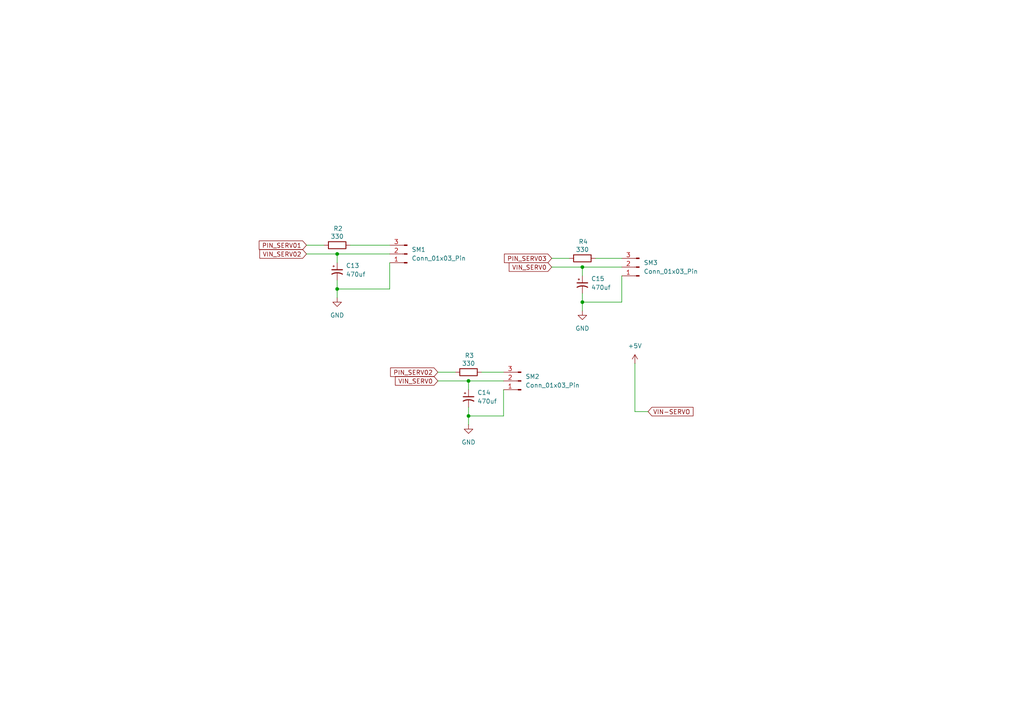
<source format=kicad_sch>
(kicad_sch
	(version 20250114)
	(generator "eeschema")
	(generator_version "9.0")
	(uuid "522116bf-9d8f-48f5-890c-d71f22b8d705")
	(paper "A4")
	(lib_symbols
		(symbol "Connector:Conn_01x03_Pin"
			(pin_names
				(offset 1.016)
				(hide yes)
			)
			(exclude_from_sim no)
			(in_bom yes)
			(on_board yes)
			(property "Reference" "J"
				(at 0 5.08 0)
				(effects
					(font
						(size 1.27 1.27)
					)
				)
			)
			(property "Value" "Conn_01x03_Pin"
				(at 0 -5.08 0)
				(effects
					(font
						(size 1.27 1.27)
					)
				)
			)
			(property "Footprint" ""
				(at 0 0 0)
				(effects
					(font
						(size 1.27 1.27)
					)
					(hide yes)
				)
			)
			(property "Datasheet" "~"
				(at 0 0 0)
				(effects
					(font
						(size 1.27 1.27)
					)
					(hide yes)
				)
			)
			(property "Description" "Generic connector, single row, 01x03, script generated"
				(at 0 0 0)
				(effects
					(font
						(size 1.27 1.27)
					)
					(hide yes)
				)
			)
			(property "ki_locked" ""
				(at 0 0 0)
				(effects
					(font
						(size 1.27 1.27)
					)
				)
			)
			(property "ki_keywords" "connector"
				(at 0 0 0)
				(effects
					(font
						(size 1.27 1.27)
					)
					(hide yes)
				)
			)
			(property "ki_fp_filters" "Connector*:*_1x??_*"
				(at 0 0 0)
				(effects
					(font
						(size 1.27 1.27)
					)
					(hide yes)
				)
			)
			(symbol "Conn_01x03_Pin_1_1"
				(rectangle
					(start 0.8636 2.667)
					(end 0 2.413)
					(stroke
						(width 0.1524)
						(type default)
					)
					(fill
						(type outline)
					)
				)
				(rectangle
					(start 0.8636 0.127)
					(end 0 -0.127)
					(stroke
						(width 0.1524)
						(type default)
					)
					(fill
						(type outline)
					)
				)
				(rectangle
					(start 0.8636 -2.413)
					(end 0 -2.667)
					(stroke
						(width 0.1524)
						(type default)
					)
					(fill
						(type outline)
					)
				)
				(polyline
					(pts
						(xy 1.27 2.54) (xy 0.8636 2.54)
					)
					(stroke
						(width 0.1524)
						(type default)
					)
					(fill
						(type none)
					)
				)
				(polyline
					(pts
						(xy 1.27 0) (xy 0.8636 0)
					)
					(stroke
						(width 0.1524)
						(type default)
					)
					(fill
						(type none)
					)
				)
				(polyline
					(pts
						(xy 1.27 -2.54) (xy 0.8636 -2.54)
					)
					(stroke
						(width 0.1524)
						(type default)
					)
					(fill
						(type none)
					)
				)
				(pin passive line
					(at 5.08 2.54 180)
					(length 3.81)
					(name "Pin_1"
						(effects
							(font
								(size 1.27 1.27)
							)
						)
					)
					(number "1"
						(effects
							(font
								(size 1.27 1.27)
							)
						)
					)
				)
				(pin passive line
					(at 5.08 0 180)
					(length 3.81)
					(name "Pin_2"
						(effects
							(font
								(size 1.27 1.27)
							)
						)
					)
					(number "2"
						(effects
							(font
								(size 1.27 1.27)
							)
						)
					)
				)
				(pin passive line
					(at 5.08 -2.54 180)
					(length 3.81)
					(name "Pin_3"
						(effects
							(font
								(size 1.27 1.27)
							)
						)
					)
					(number "3"
						(effects
							(font
								(size 1.27 1.27)
							)
						)
					)
				)
			)
			(embedded_fonts no)
		)
		(symbol "Device:C_Polarized_Small_US"
			(pin_numbers
				(hide yes)
			)
			(pin_names
				(offset 0.254)
				(hide yes)
			)
			(exclude_from_sim no)
			(in_bom yes)
			(on_board yes)
			(property "Reference" "C"
				(at 0.254 1.778 0)
				(effects
					(font
						(size 1.27 1.27)
					)
					(justify left)
				)
			)
			(property "Value" "C_Polarized_Small_US"
				(at 0.254 -2.032 0)
				(effects
					(font
						(size 1.27 1.27)
					)
					(justify left)
				)
			)
			(property "Footprint" ""
				(at 0 0 0)
				(effects
					(font
						(size 1.27 1.27)
					)
					(hide yes)
				)
			)
			(property "Datasheet" "~"
				(at 0 0 0)
				(effects
					(font
						(size 1.27 1.27)
					)
					(hide yes)
				)
			)
			(property "Description" "Polarized capacitor, small US symbol"
				(at 0 0 0)
				(effects
					(font
						(size 1.27 1.27)
					)
					(hide yes)
				)
			)
			(property "ki_keywords" "cap capacitor"
				(at 0 0 0)
				(effects
					(font
						(size 1.27 1.27)
					)
					(hide yes)
				)
			)
			(property "ki_fp_filters" "CP_*"
				(at 0 0 0)
				(effects
					(font
						(size 1.27 1.27)
					)
					(hide yes)
				)
			)
			(symbol "C_Polarized_Small_US_0_1"
				(polyline
					(pts
						(xy -1.524 0.508) (xy 1.524 0.508)
					)
					(stroke
						(width 0.3048)
						(type default)
					)
					(fill
						(type none)
					)
				)
				(polyline
					(pts
						(xy -1.27 1.524) (xy -0.762 1.524)
					)
					(stroke
						(width 0)
						(type default)
					)
					(fill
						(type none)
					)
				)
				(polyline
					(pts
						(xy -1.016 1.27) (xy -1.016 1.778)
					)
					(stroke
						(width 0)
						(type default)
					)
					(fill
						(type none)
					)
				)
				(arc
					(start -1.524 -0.762)
					(mid 0 -0.3734)
					(end 1.524 -0.762)
					(stroke
						(width 0.3048)
						(type default)
					)
					(fill
						(type none)
					)
				)
			)
			(symbol "C_Polarized_Small_US_1_1"
				(pin passive line
					(at 0 2.54 270)
					(length 2.032)
					(name "~"
						(effects
							(font
								(size 1.27 1.27)
							)
						)
					)
					(number "1"
						(effects
							(font
								(size 1.27 1.27)
							)
						)
					)
				)
				(pin passive line
					(at 0 -2.54 90)
					(length 2.032)
					(name "~"
						(effects
							(font
								(size 1.27 1.27)
							)
						)
					)
					(number "2"
						(effects
							(font
								(size 1.27 1.27)
							)
						)
					)
				)
			)
			(embedded_fonts no)
		)
		(symbol "Device:R"
			(pin_numbers
				(hide yes)
			)
			(pin_names
				(offset 0)
			)
			(exclude_from_sim no)
			(in_bom yes)
			(on_board yes)
			(property "Reference" "R"
				(at 2.032 0 90)
				(effects
					(font
						(size 1.27 1.27)
					)
				)
			)
			(property "Value" "R"
				(at 0 0 90)
				(effects
					(font
						(size 1.27 1.27)
					)
				)
			)
			(property "Footprint" ""
				(at -1.778 0 90)
				(effects
					(font
						(size 1.27 1.27)
					)
					(hide yes)
				)
			)
			(property "Datasheet" "~"
				(at 0 0 0)
				(effects
					(font
						(size 1.27 1.27)
					)
					(hide yes)
				)
			)
			(property "Description" "Resistor"
				(at 0 0 0)
				(effects
					(font
						(size 1.27 1.27)
					)
					(hide yes)
				)
			)
			(property "ki_keywords" "R res resistor"
				(at 0 0 0)
				(effects
					(font
						(size 1.27 1.27)
					)
					(hide yes)
				)
			)
			(property "ki_fp_filters" "R_*"
				(at 0 0 0)
				(effects
					(font
						(size 1.27 1.27)
					)
					(hide yes)
				)
			)
			(symbol "R_0_1"
				(rectangle
					(start -1.016 -2.54)
					(end 1.016 2.54)
					(stroke
						(width 0.254)
						(type default)
					)
					(fill
						(type none)
					)
				)
			)
			(symbol "R_1_1"
				(pin passive line
					(at 0 3.81 270)
					(length 1.27)
					(name "~"
						(effects
							(font
								(size 1.27 1.27)
							)
						)
					)
					(number "1"
						(effects
							(font
								(size 1.27 1.27)
							)
						)
					)
				)
				(pin passive line
					(at 0 -3.81 90)
					(length 1.27)
					(name "~"
						(effects
							(font
								(size 1.27 1.27)
							)
						)
					)
					(number "2"
						(effects
							(font
								(size 1.27 1.27)
							)
						)
					)
				)
			)
			(embedded_fonts no)
		)
		(symbol "power:GND"
			(power)
			(pin_numbers
				(hide yes)
			)
			(pin_names
				(offset 0)
				(hide yes)
			)
			(exclude_from_sim no)
			(in_bom yes)
			(on_board yes)
			(property "Reference" "#PWR"
				(at 0 -6.35 0)
				(effects
					(font
						(size 1.27 1.27)
					)
					(hide yes)
				)
			)
			(property "Value" "GND"
				(at 0 -3.81 0)
				(effects
					(font
						(size 1.27 1.27)
					)
				)
			)
			(property "Footprint" ""
				(at 0 0 0)
				(effects
					(font
						(size 1.27 1.27)
					)
					(hide yes)
				)
			)
			(property "Datasheet" ""
				(at 0 0 0)
				(effects
					(font
						(size 1.27 1.27)
					)
					(hide yes)
				)
			)
			(property "Description" "Power symbol creates a global label with name \"GND\" , ground"
				(at 0 0 0)
				(effects
					(font
						(size 1.27 1.27)
					)
					(hide yes)
				)
			)
			(property "ki_keywords" "global power"
				(at 0 0 0)
				(effects
					(font
						(size 1.27 1.27)
					)
					(hide yes)
				)
			)
			(symbol "GND_0_1"
				(polyline
					(pts
						(xy 0 0) (xy 0 -1.27) (xy 1.27 -1.27) (xy 0 -2.54) (xy -1.27 -1.27) (xy 0 -1.27)
					)
					(stroke
						(width 0)
						(type default)
					)
					(fill
						(type none)
					)
				)
			)
			(symbol "GND_1_1"
				(pin power_in line
					(at 0 0 270)
					(length 0)
					(name "~"
						(effects
							(font
								(size 1.27 1.27)
							)
						)
					)
					(number "1"
						(effects
							(font
								(size 1.27 1.27)
							)
						)
					)
				)
			)
			(embedded_fonts no)
		)
		(symbol "power:VCC"
			(power)
			(pin_numbers
				(hide yes)
			)
			(pin_names
				(offset 0)
				(hide yes)
			)
			(exclude_from_sim no)
			(in_bom yes)
			(on_board yes)
			(property "Reference" "#PWR"
				(at 0 -3.81 0)
				(effects
					(font
						(size 1.27 1.27)
					)
					(hide yes)
				)
			)
			(property "Value" "VCC"
				(at 0 3.556 0)
				(effects
					(font
						(size 1.27 1.27)
					)
				)
			)
			(property "Footprint" ""
				(at 0 0 0)
				(effects
					(font
						(size 1.27 1.27)
					)
					(hide yes)
				)
			)
			(property "Datasheet" ""
				(at 0 0 0)
				(effects
					(font
						(size 1.27 1.27)
					)
					(hide yes)
				)
			)
			(property "Description" "Power symbol creates a global label with name \"VCC\""
				(at 0 0 0)
				(effects
					(font
						(size 1.27 1.27)
					)
					(hide yes)
				)
			)
			(property "ki_keywords" "global power"
				(at 0 0 0)
				(effects
					(font
						(size 1.27 1.27)
					)
					(hide yes)
				)
			)
			(symbol "VCC_0_1"
				(polyline
					(pts
						(xy -0.762 1.27) (xy 0 2.54)
					)
					(stroke
						(width 0)
						(type default)
					)
					(fill
						(type none)
					)
				)
				(polyline
					(pts
						(xy 0 2.54) (xy 0.762 1.27)
					)
					(stroke
						(width 0)
						(type default)
					)
					(fill
						(type none)
					)
				)
				(polyline
					(pts
						(xy 0 0) (xy 0 2.54)
					)
					(stroke
						(width 0)
						(type default)
					)
					(fill
						(type none)
					)
				)
			)
			(symbol "VCC_1_1"
				(pin power_in line
					(at 0 0 90)
					(length 0)
					(name "~"
						(effects
							(font
								(size 1.27 1.27)
							)
						)
					)
					(number "1"
						(effects
							(font
								(size 1.27 1.27)
							)
						)
					)
				)
			)
			(embedded_fonts no)
		)
	)
	(junction
		(at 97.79 73.66)
		(diameter 0)
		(color 0 0 0 0)
		(uuid "13dfa7f5-a6df-45c4-ad61-6b2bff9f4074")
	)
	(junction
		(at 168.91 87.63)
		(diameter 0)
		(color 0 0 0 0)
		(uuid "80c7c374-6fbb-45c1-ab77-87af39c3e6ec")
	)
	(junction
		(at 135.89 120.65)
		(diameter 0)
		(color 0 0 0 0)
		(uuid "9f6e3ed4-09ab-4095-8112-ec5ad9bff486")
	)
	(junction
		(at 168.91 77.47)
		(diameter 0)
		(color 0 0 0 0)
		(uuid "c89d21c3-c1c6-43b6-928b-b85c82c67a86")
	)
	(junction
		(at 97.79 83.82)
		(diameter 0)
		(color 0 0 0 0)
		(uuid "da94c8ec-68e6-4b4c-8baf-ade038de9d8c")
	)
	(junction
		(at 135.89 110.49)
		(diameter 0)
		(color 0 0 0 0)
		(uuid "e474c992-a472-4b3f-9849-aafa6470ac54")
	)
	(wire
		(pts
			(xy 168.91 77.47) (xy 180.34 77.47)
		)
		(stroke
			(width 0)
			(type default)
		)
		(uuid "18911fb5-ba76-4fec-b1dc-d44cf1c4a7a7")
	)
	(wire
		(pts
			(xy 97.79 73.66) (xy 88.9 73.66)
		)
		(stroke
			(width 0)
			(type default)
		)
		(uuid "1c99c381-af35-4757-855a-a5fe7be2691d")
	)
	(wire
		(pts
			(xy 146.05 120.65) (xy 135.89 120.65)
		)
		(stroke
			(width 0)
			(type default)
		)
		(uuid "1e3f9a48-1603-4c8c-8a42-8673a3c77f23")
	)
	(wire
		(pts
			(xy 168.91 80.01) (xy 168.91 77.47)
		)
		(stroke
			(width 0)
			(type default)
		)
		(uuid "2057c4f3-f8b1-458c-804a-08efe4a0d5a2")
	)
	(wire
		(pts
			(xy 135.89 110.49) (xy 127 110.49)
		)
		(stroke
			(width 0)
			(type default)
		)
		(uuid "4c8ed2d4-3612-4a46-ba5e-f7b678cdce09")
	)
	(wire
		(pts
			(xy 135.89 118.11) (xy 135.89 120.65)
		)
		(stroke
			(width 0)
			(type default)
		)
		(uuid "5483821d-4c8d-40b7-88b2-e442b4ceedfe")
	)
	(wire
		(pts
			(xy 184.15 105.41) (xy 184.15 119.38)
		)
		(stroke
			(width 0)
			(type default)
		)
		(uuid "5b487fd3-e68b-493e-b293-37ca79f0d772")
	)
	(wire
		(pts
			(xy 180.34 87.63) (xy 168.91 87.63)
		)
		(stroke
			(width 0)
			(type default)
		)
		(uuid "6928b483-d3f5-4a9e-9189-b53d8e9a8e94")
	)
	(wire
		(pts
			(xy 97.79 81.28) (xy 97.79 83.82)
		)
		(stroke
			(width 0)
			(type default)
		)
		(uuid "6d2eb2be-9872-4f90-954d-aa0d82bfaed1")
	)
	(wire
		(pts
			(xy 139.7 107.95) (xy 146.05 107.95)
		)
		(stroke
			(width 0)
			(type default)
		)
		(uuid "6efacb1b-51be-48d7-8c11-af541a3cae51")
	)
	(wire
		(pts
			(xy 168.91 85.09) (xy 168.91 87.63)
		)
		(stroke
			(width 0)
			(type default)
		)
		(uuid "6fcac73b-a911-4783-a538-2918b7feb490")
	)
	(wire
		(pts
			(xy 172.72 74.93) (xy 180.34 74.93)
		)
		(stroke
			(width 0)
			(type default)
		)
		(uuid "71aa579f-c0de-4683-93af-f4aa94d2675e")
	)
	(wire
		(pts
			(xy 135.89 120.65) (xy 135.89 123.19)
		)
		(stroke
			(width 0)
			(type default)
		)
		(uuid "776002a4-a372-4d4c-86e0-d703645147da")
	)
	(wire
		(pts
			(xy 97.79 73.66) (xy 113.03 73.66)
		)
		(stroke
			(width 0)
			(type default)
		)
		(uuid "7906fe34-04f0-4da3-bbe2-e7888bd27ffd")
	)
	(wire
		(pts
			(xy 113.03 76.2) (xy 113.03 83.82)
		)
		(stroke
			(width 0)
			(type default)
		)
		(uuid "7bf8bcc9-8593-4d48-9099-f43571e764c5")
	)
	(wire
		(pts
			(xy 160.02 74.93) (xy 165.1 74.93)
		)
		(stroke
			(width 0)
			(type default)
		)
		(uuid "8021e22d-0390-4994-ae4d-51d6301cf5f4")
	)
	(wire
		(pts
			(xy 168.91 87.63) (xy 168.91 90.17)
		)
		(stroke
			(width 0)
			(type default)
		)
		(uuid "85557816-18f8-42bf-9d81-8ecff2e6075b")
	)
	(wire
		(pts
			(xy 113.03 83.82) (xy 97.79 83.82)
		)
		(stroke
			(width 0)
			(type default)
		)
		(uuid "929219bb-bca8-4181-bfdc-b28f65c33c20")
	)
	(wire
		(pts
			(xy 184.15 119.38) (xy 187.96 119.38)
		)
		(stroke
			(width 0)
			(type default)
		)
		(uuid "92eac38a-70f3-4ab1-93ee-9fdb3bce1efe")
	)
	(wire
		(pts
			(xy 135.89 113.03) (xy 135.89 110.49)
		)
		(stroke
			(width 0)
			(type default)
		)
		(uuid "9c4ebdeb-6fbe-4e91-b7c1-4c902580774a")
	)
	(wire
		(pts
			(xy 127 107.95) (xy 132.08 107.95)
		)
		(stroke
			(width 0)
			(type default)
		)
		(uuid "9eaa687a-ea60-455b-affe-ff3daeafc904")
	)
	(wire
		(pts
			(xy 101.6 71.12) (xy 113.03 71.12)
		)
		(stroke
			(width 0)
			(type default)
		)
		(uuid "a7d51c6d-82a9-4a36-83fb-3132ece68850")
	)
	(wire
		(pts
			(xy 146.05 113.03) (xy 146.05 120.65)
		)
		(stroke
			(width 0)
			(type default)
		)
		(uuid "aaab3d23-f823-404d-afb3-23d407ba61f5")
	)
	(wire
		(pts
			(xy 88.9 71.12) (xy 93.98 71.12)
		)
		(stroke
			(width 0)
			(type default)
		)
		(uuid "c7208118-24a8-492d-b33b-3ac73fab3f35")
	)
	(wire
		(pts
			(xy 180.34 80.01) (xy 180.34 87.63)
		)
		(stroke
			(width 0)
			(type default)
		)
		(uuid "c8b64e59-f649-420c-9321-79e663174371")
	)
	(wire
		(pts
			(xy 168.91 77.47) (xy 160.02 77.47)
		)
		(stroke
			(width 0)
			(type default)
		)
		(uuid "dcfea9a0-5e08-4bdc-9ab5-3842f670201c")
	)
	(wire
		(pts
			(xy 97.79 83.82) (xy 97.79 86.36)
		)
		(stroke
			(width 0)
			(type default)
		)
		(uuid "e7dae5b2-3cf7-459c-82f6-ec59363b09e0")
	)
	(wire
		(pts
			(xy 135.89 110.49) (xy 146.05 110.49)
		)
		(stroke
			(width 0)
			(type default)
		)
		(uuid "f12a72c2-724b-48c8-af41-48861c36b292")
	)
	(wire
		(pts
			(xy 97.79 76.2) (xy 97.79 73.66)
		)
		(stroke
			(width 0)
			(type default)
		)
		(uuid "fe92ada4-02b1-4d32-9ccd-7256880729f5")
	)
	(global_label "VIN_SERV02"
		(shape input)
		(at 88.9 73.66 180)
		(fields_autoplaced yes)
		(effects
			(font
				(size 1.27 1.27)
			)
			(justify right)
		)
		(uuid "41ad25b6-804e-450e-832c-f75073623d7e")
		(property "Intersheetrefs" "${INTERSHEET_REFS}"
			(at 74.7872 73.66 0)
			(effects
				(font
					(size 1.27 1.27)
				)
				(justify right)
				(hide yes)
			)
		)
	)
	(global_label "PIN_SERV01"
		(shape input)
		(at 88.9 71.12 180)
		(fields_autoplaced yes)
		(effects
			(font
				(size 1.27 1.27)
			)
			(justify right)
		)
		(uuid "42af8fb4-5d62-4ebc-971f-38325ba25767")
		(property "Intersheetrefs" "${INTERSHEET_REFS}"
			(at 74.6058 71.12 0)
			(effects
				(font
					(size 1.27 1.27)
				)
				(justify right)
				(hide yes)
			)
		)
	)
	(global_label "VIN-SERVO"
		(shape input)
		(at 187.96 119.38 0)
		(fields_autoplaced yes)
		(effects
			(font
				(size 1.27 1.27)
			)
			(justify left)
		)
		(uuid "5f100bf3-85bf-438d-b0fd-8df8a53a142b")
		(property "Intersheetrefs" "${INTERSHEET_REFS}"
			(at 201.5891 119.38 0)
			(effects
				(font
					(size 1.27 1.27)
				)
				(justify left)
				(hide yes)
			)
		)
	)
	(global_label "VIN_SERV0"
		(shape input)
		(at 160.02 77.47 180)
		(fields_autoplaced yes)
		(effects
			(font
				(size 1.27 1.27)
			)
			(justify right)
		)
		(uuid "7ac802c3-ad58-4115-bd0a-15bf79731a10")
		(property "Intersheetrefs" "${INTERSHEET_REFS}"
			(at 147.1167 77.47 0)
			(effects
				(font
					(size 1.27 1.27)
				)
				(justify right)
				(hide yes)
			)
		)
	)
	(global_label "PIN_SERV03"
		(shape input)
		(at 160.02 74.93 180)
		(fields_autoplaced yes)
		(effects
			(font
				(size 1.27 1.27)
			)
			(justify right)
		)
		(uuid "a448a1d4-fb1e-47e0-8d4e-981238718a0d")
		(property "Intersheetrefs" "${INTERSHEET_REFS}"
			(at 145.7258 74.93 0)
			(effects
				(font
					(size 1.27 1.27)
				)
				(justify right)
				(hide yes)
			)
		)
	)
	(global_label "PIN_SERV02"
		(shape input)
		(at 127 107.95 180)
		(fields_autoplaced yes)
		(effects
			(font
				(size 1.27 1.27)
			)
			(justify right)
		)
		(uuid "bb67a919-e1ff-4192-9ec3-9c7fd2a931b6")
		(property "Intersheetrefs" "${INTERSHEET_REFS}"
			(at 112.7058 107.95 0)
			(effects
				(font
					(size 1.27 1.27)
				)
				(justify right)
				(hide yes)
			)
		)
	)
	(global_label "VIN_SERV0"
		(shape input)
		(at 127 110.49 180)
		(fields_autoplaced yes)
		(effects
			(font
				(size 1.27 1.27)
			)
			(justify right)
		)
		(uuid "be239f19-76b6-49f7-b068-238617b02e45")
		(property "Intersheetrefs" "${INTERSHEET_REFS}"
			(at 114.0967 110.49 0)
			(effects
				(font
					(size 1.27 1.27)
				)
				(justify right)
				(hide yes)
			)
		)
	)
	(symbol
		(lib_id "power:GND")
		(at 168.91 90.17 0)
		(unit 1)
		(exclude_from_sim no)
		(in_bom yes)
		(on_board yes)
		(dnp no)
		(fields_autoplaced yes)
		(uuid "05325cb8-b54b-4036-af78-df1e63a5fa8c")
		(property "Reference" "#PWR027"
			(at 168.91 96.52 0)
			(effects
				(font
					(size 1.27 1.27)
				)
				(hide yes)
			)
		)
		(property "Value" "GND"
			(at 168.91 95.25 0)
			(effects
				(font
					(size 1.27 1.27)
				)
			)
		)
		(property "Footprint" ""
			(at 168.91 90.17 0)
			(effects
				(font
					(size 1.27 1.27)
				)
				(hide yes)
			)
		)
		(property "Datasheet" ""
			(at 168.91 90.17 0)
			(effects
				(font
					(size 1.27 1.27)
				)
				(hide yes)
			)
		)
		(property "Description" "Power symbol creates a global label with name \"GND\" , ground"
			(at 168.91 90.17 0)
			(effects
				(font
					(size 1.27 1.27)
				)
				(hide yes)
			)
		)
		(pin "1"
			(uuid "53cb76c5-b37a-47b0-b756-e8b88d2bedc9")
		)
		(instances
			(project "Tareas Pichardo."
				(path "/49bb0f38-df22-4577-b900-66deaf4e362d/37cb9d4a-f4a3-4518-ae8c-8d02780d6897"
					(reference "#PWR027")
					(unit 1)
				)
			)
		)
	)
	(symbol
		(lib_id "Device:R")
		(at 168.91 74.93 270)
		(unit 1)
		(exclude_from_sim no)
		(in_bom yes)
		(on_board yes)
		(dnp no)
		(uuid "06003eb4-6ff1-40d7-8398-764afa7daf5c")
		(property "Reference" "R4"
			(at 169.164 70.104 90)
			(effects
				(font
					(size 1.27 1.27)
				)
			)
		)
		(property "Value" "330"
			(at 168.91 72.39 90)
			(effects
				(font
					(size 1.27 1.27)
				)
			)
		)
		(property "Footprint" "Resistor_SMD:R_0201_0603Metric"
			(at 168.91 73.152 90)
			(effects
				(font
					(size 1.27 1.27)
				)
				(hide yes)
			)
		)
		(property "Datasheet" "~"
			(at 168.91 74.93 0)
			(effects
				(font
					(size 1.27 1.27)
				)
				(hide yes)
			)
		)
		(property "Description" "Resistor"
			(at 168.91 74.93 0)
			(effects
				(font
					(size 1.27 1.27)
				)
				(hide yes)
			)
		)
		(pin "2"
			(uuid "d5f25ff8-c281-49a0-9994-486f46826eb1")
		)
		(pin "1"
			(uuid "aed01585-01b1-4a6a-9288-451bcf11f72e")
		)
		(instances
			(project "Tareas Pichardo."
				(path "/49bb0f38-df22-4577-b900-66deaf4e362d/37cb9d4a-f4a3-4518-ae8c-8d02780d6897"
					(reference "R4")
					(unit 1)
				)
			)
		)
	)
	(symbol
		(lib_id "Device:C_Polarized_Small_US")
		(at 135.89 115.57 0)
		(unit 1)
		(exclude_from_sim no)
		(in_bom yes)
		(on_board yes)
		(dnp no)
		(fields_autoplaced yes)
		(uuid "12077eba-bab5-4656-8bff-39c4a6111e77")
		(property "Reference" "C14"
			(at 138.43 113.8681 0)
			(effects
				(font
					(size 1.27 1.27)
				)
				(justify left)
			)
		)
		(property "Value" "470uf"
			(at 138.43 116.4081 0)
			(effects
				(font
					(size 1.27 1.27)
				)
				(justify left)
			)
		)
		(property "Footprint" "Capacitor_SMD:C_0201_0603Metric"
			(at 135.89 115.57 0)
			(effects
				(font
					(size 1.27 1.27)
				)
				(hide yes)
			)
		)
		(property "Datasheet" "~"
			(at 135.89 115.57 0)
			(effects
				(font
					(size 1.27 1.27)
				)
				(hide yes)
			)
		)
		(property "Description" "Polarized capacitor, small US symbol"
			(at 135.89 115.57 0)
			(effects
				(font
					(size 1.27 1.27)
				)
				(hide yes)
			)
		)
		(pin "1"
			(uuid "c3b6c885-a63e-4016-a833-2536ff839b42")
		)
		(pin "2"
			(uuid "a4d6211a-20d7-44d1-9e2e-8585f6dfb5fe")
		)
		(instances
			(project "Tareas Pichardo."
				(path "/49bb0f38-df22-4577-b900-66deaf4e362d/37cb9d4a-f4a3-4518-ae8c-8d02780d6897"
					(reference "C14")
					(unit 1)
				)
			)
		)
	)
	(symbol
		(lib_id "Device:C_Polarized_Small_US")
		(at 168.91 82.55 0)
		(unit 1)
		(exclude_from_sim no)
		(in_bom yes)
		(on_board yes)
		(dnp no)
		(fields_autoplaced yes)
		(uuid "1a865519-24fb-48c9-abef-37ab66f54a18")
		(property "Reference" "C15"
			(at 171.45 80.8481 0)
			(effects
				(font
					(size 1.27 1.27)
				)
				(justify left)
			)
		)
		(property "Value" "470uf"
			(at 171.45 83.3881 0)
			(effects
				(font
					(size 1.27 1.27)
				)
				(justify left)
			)
		)
		(property "Footprint" "Capacitor_SMD:C_0201_0603Metric"
			(at 168.91 82.55 0)
			(effects
				(font
					(size 1.27 1.27)
				)
				(hide yes)
			)
		)
		(property "Datasheet" "~"
			(at 168.91 82.55 0)
			(effects
				(font
					(size 1.27 1.27)
				)
				(hide yes)
			)
		)
		(property "Description" "Polarized capacitor, small US symbol"
			(at 168.91 82.55 0)
			(effects
				(font
					(size 1.27 1.27)
				)
				(hide yes)
			)
		)
		(pin "1"
			(uuid "faa7579a-bb53-443d-b153-ba0ec4ac6f79")
		)
		(pin "2"
			(uuid "6b349b24-a8b1-4fd4-966a-5e1ee97dba25")
		)
		(instances
			(project "Tareas Pichardo."
				(path "/49bb0f38-df22-4577-b900-66deaf4e362d/37cb9d4a-f4a3-4518-ae8c-8d02780d6897"
					(reference "C15")
					(unit 1)
				)
			)
		)
	)
	(symbol
		(lib_id "power:GND")
		(at 135.89 123.19 0)
		(unit 1)
		(exclude_from_sim no)
		(in_bom yes)
		(on_board yes)
		(dnp no)
		(fields_autoplaced yes)
		(uuid "3fdda49a-bb6a-4d53-a764-34e0af8b76b1")
		(property "Reference" "#PWR026"
			(at 135.89 129.54 0)
			(effects
				(font
					(size 1.27 1.27)
				)
				(hide yes)
			)
		)
		(property "Value" "GND"
			(at 135.89 128.27 0)
			(effects
				(font
					(size 1.27 1.27)
				)
			)
		)
		(property "Footprint" ""
			(at 135.89 123.19 0)
			(effects
				(font
					(size 1.27 1.27)
				)
				(hide yes)
			)
		)
		(property "Datasheet" ""
			(at 135.89 123.19 0)
			(effects
				(font
					(size 1.27 1.27)
				)
				(hide yes)
			)
		)
		(property "Description" "Power symbol creates a global label with name \"GND\" , ground"
			(at 135.89 123.19 0)
			(effects
				(font
					(size 1.27 1.27)
				)
				(hide yes)
			)
		)
		(pin "1"
			(uuid "7fff97b5-af7a-4351-a872-5f32f752c1ab")
		)
		(instances
			(project "Tareas Pichardo."
				(path "/49bb0f38-df22-4577-b900-66deaf4e362d/37cb9d4a-f4a3-4518-ae8c-8d02780d6897"
					(reference "#PWR026")
					(unit 1)
				)
			)
		)
	)
	(symbol
		(lib_id "Device:C_Polarized_Small_US")
		(at 97.79 78.74 0)
		(unit 1)
		(exclude_from_sim no)
		(in_bom yes)
		(on_board yes)
		(dnp no)
		(fields_autoplaced yes)
		(uuid "5288aaa1-8b35-4d29-9e51-476a7a14180e")
		(property "Reference" "C13"
			(at 100.33 77.0381 0)
			(effects
				(font
					(size 1.27 1.27)
				)
				(justify left)
			)
		)
		(property "Value" "470uf"
			(at 100.33 79.5781 0)
			(effects
				(font
					(size 1.27 1.27)
				)
				(justify left)
			)
		)
		(property "Footprint" "Capacitor_SMD:C_0201_0603Metric"
			(at 97.79 78.74 0)
			(effects
				(font
					(size 1.27 1.27)
				)
				(hide yes)
			)
		)
		(property "Datasheet" "~"
			(at 97.79 78.74 0)
			(effects
				(font
					(size 1.27 1.27)
				)
				(hide yes)
			)
		)
		(property "Description" "Polarized capacitor, small US symbol"
			(at 97.79 78.74 0)
			(effects
				(font
					(size 1.27 1.27)
				)
				(hide yes)
			)
		)
		(pin "1"
			(uuid "0fd9d951-c8ce-4f3a-9abf-b810a07cf10b")
		)
		(pin "2"
			(uuid "5932cb2e-bf86-4d9d-b88f-75f064136096")
		)
		(instances
			(project "Tareas Pichardo."
				(path "/49bb0f38-df22-4577-b900-66deaf4e362d/37cb9d4a-f4a3-4518-ae8c-8d02780d6897"
					(reference "C13")
					(unit 1)
				)
			)
		)
	)
	(symbol
		(lib_id "power:VCC")
		(at 184.15 105.41 0)
		(unit 1)
		(exclude_from_sim no)
		(in_bom yes)
		(on_board yes)
		(dnp no)
		(fields_autoplaced yes)
		(uuid "5f0f8566-1bfd-4d30-94c7-a24d0d8db7f4")
		(property "Reference" "#PWR032"
			(at 184.15 109.22 0)
			(effects
				(font
					(size 1.27 1.27)
				)
				(hide yes)
			)
		)
		(property "Value" "+5V"
			(at 184.15 100.33 0)
			(effects
				(font
					(size 1.27 1.27)
				)
			)
		)
		(property "Footprint" ""
			(at 184.15 105.41 0)
			(effects
				(font
					(size 1.27 1.27)
				)
				(hide yes)
			)
		)
		(property "Datasheet" ""
			(at 184.15 105.41 0)
			(effects
				(font
					(size 1.27 1.27)
				)
				(hide yes)
			)
		)
		(property "Description" "Power symbol creates a global label with name \"VCC\""
			(at 184.15 105.41 0)
			(effects
				(font
					(size 1.27 1.27)
				)
				(hide yes)
			)
		)
		(pin "1"
			(uuid "97305a14-8b92-41c8-a619-ec4001c81a93")
		)
		(instances
			(project "Tareas Pichardo."
				(path "/49bb0f38-df22-4577-b900-66deaf4e362d/37cb9d4a-f4a3-4518-ae8c-8d02780d6897"
					(reference "#PWR032")
					(unit 1)
				)
			)
		)
	)
	(symbol
		(lib_id "Connector:Conn_01x03_Pin")
		(at 118.11 73.66 180)
		(unit 1)
		(exclude_from_sim no)
		(in_bom yes)
		(on_board yes)
		(dnp no)
		(fields_autoplaced yes)
		(uuid "656f6f07-efa9-4689-a136-bc0e1f8485eb")
		(property "Reference" "SM1"
			(at 119.38 72.3899 0)
			(effects
				(font
					(size 1.27 1.27)
				)
				(justify right)
			)
		)
		(property "Value" "Conn_01x03_Pin"
			(at 119.38 74.9299 0)
			(effects
				(font
					(size 1.27 1.27)
				)
				(justify right)
			)
		)
		(property "Footprint" "Connector:FanPinHeader_1x03_P2.54mm_Vertical"
			(at 118.11 73.66 0)
			(effects
				(font
					(size 1.27 1.27)
				)
				(hide yes)
			)
		)
		(property "Datasheet" "~"
			(at 118.11 73.66 0)
			(effects
				(font
					(size 1.27 1.27)
				)
				(hide yes)
			)
		)
		(property "Description" "Generic connector, single row, 01x03, script generated"
			(at 118.11 73.66 0)
			(effects
				(font
					(size 1.27 1.27)
				)
				(hide yes)
			)
		)
		(pin "3"
			(uuid "4da6e189-bdfd-4e53-b31e-185a94e44c3c")
		)
		(pin "2"
			(uuid "4a548e74-eb73-4958-80fd-c464385c9323")
		)
		(pin "1"
			(uuid "d6ed90c2-905a-40f9-8822-4bea4eddbf1f")
		)
		(instances
			(project "Tareas Pichardo."
				(path "/49bb0f38-df22-4577-b900-66deaf4e362d/37cb9d4a-f4a3-4518-ae8c-8d02780d6897"
					(reference "SM1")
					(unit 1)
				)
			)
		)
	)
	(symbol
		(lib_id "power:GND")
		(at 97.79 86.36 0)
		(unit 1)
		(exclude_from_sim no)
		(in_bom yes)
		(on_board yes)
		(dnp no)
		(fields_autoplaced yes)
		(uuid "9fa577b5-00be-4c13-b814-e190619c8d7c")
		(property "Reference" "#PWR025"
			(at 97.79 92.71 0)
			(effects
				(font
					(size 1.27 1.27)
				)
				(hide yes)
			)
		)
		(property "Value" "GND"
			(at 97.79 91.44 0)
			(effects
				(font
					(size 1.27 1.27)
				)
			)
		)
		(property "Footprint" ""
			(at 97.79 86.36 0)
			(effects
				(font
					(size 1.27 1.27)
				)
				(hide yes)
			)
		)
		(property "Datasheet" ""
			(at 97.79 86.36 0)
			(effects
				(font
					(size 1.27 1.27)
				)
				(hide yes)
			)
		)
		(property "Description" "Power symbol creates a global label with name \"GND\" , ground"
			(at 97.79 86.36 0)
			(effects
				(font
					(size 1.27 1.27)
				)
				(hide yes)
			)
		)
		(pin "1"
			(uuid "3f7b0de9-0461-4a0d-ae99-b8503c03fe94")
		)
		(instances
			(project "Tareas Pichardo."
				(path "/49bb0f38-df22-4577-b900-66deaf4e362d/37cb9d4a-f4a3-4518-ae8c-8d02780d6897"
					(reference "#PWR025")
					(unit 1)
				)
			)
		)
	)
	(symbol
		(lib_id "Connector:Conn_01x03_Pin")
		(at 185.42 77.47 180)
		(unit 1)
		(exclude_from_sim no)
		(in_bom yes)
		(on_board yes)
		(dnp no)
		(fields_autoplaced yes)
		(uuid "c148b9d1-8141-4bf8-b6b3-70105f1f7af4")
		(property "Reference" "SM3"
			(at 186.69 76.1999 0)
			(effects
				(font
					(size 1.27 1.27)
				)
				(justify right)
			)
		)
		(property "Value" "Conn_01x03_Pin"
			(at 186.69 78.7399 0)
			(effects
				(font
					(size 1.27 1.27)
				)
				(justify right)
			)
		)
		(property "Footprint" "Connector:FanPinHeader_1x03_P2.54mm_Vertical"
			(at 185.42 77.47 0)
			(effects
				(font
					(size 1.27 1.27)
				)
				(hide yes)
			)
		)
		(property "Datasheet" "~"
			(at 185.42 77.47 0)
			(effects
				(font
					(size 1.27 1.27)
				)
				(hide yes)
			)
		)
		(property "Description" "Generic connector, single row, 01x03, script generated"
			(at 185.42 77.47 0)
			(effects
				(font
					(size 1.27 1.27)
				)
				(hide yes)
			)
		)
		(pin "3"
			(uuid "292d1d8b-edc2-4842-8062-3138c28aaad6")
		)
		(pin "2"
			(uuid "f151bf63-5730-4740-a510-27440b39f8ab")
		)
		(pin "1"
			(uuid "574d10d8-7d11-4010-bf9d-bd49b8576ca4")
		)
		(instances
			(project "Tareas Pichardo."
				(path "/49bb0f38-df22-4577-b900-66deaf4e362d/37cb9d4a-f4a3-4518-ae8c-8d02780d6897"
					(reference "SM3")
					(unit 1)
				)
			)
		)
	)
	(symbol
		(lib_id "Device:R")
		(at 97.79 71.12 270)
		(unit 1)
		(exclude_from_sim no)
		(in_bom yes)
		(on_board yes)
		(dnp no)
		(uuid "dccbff68-ab2e-47d8-af19-3d2db24b7e71")
		(property "Reference" "R2"
			(at 98.044 66.294 90)
			(effects
				(font
					(size 1.27 1.27)
				)
			)
		)
		(property "Value" "330"
			(at 97.79 68.58 90)
			(effects
				(font
					(size 1.27 1.27)
				)
			)
		)
		(property "Footprint" "Resistor_SMD:R_0201_0603Metric"
			(at 97.79 69.342 90)
			(effects
				(font
					(size 1.27 1.27)
				)
				(hide yes)
			)
		)
		(property "Datasheet" "~"
			(at 97.79 71.12 0)
			(effects
				(font
					(size 1.27 1.27)
				)
				(hide yes)
			)
		)
		(property "Description" "Resistor"
			(at 97.79 71.12 0)
			(effects
				(font
					(size 1.27 1.27)
				)
				(hide yes)
			)
		)
		(pin "2"
			(uuid "e63bae4a-1524-4e89-a9cb-fab72015beea")
		)
		(pin "1"
			(uuid "57cb67d2-3bb4-4c5e-a9cd-f0f6c83e115a")
		)
		(instances
			(project "Tareas Pichardo."
				(path "/49bb0f38-df22-4577-b900-66deaf4e362d/37cb9d4a-f4a3-4518-ae8c-8d02780d6897"
					(reference "R2")
					(unit 1)
				)
			)
		)
	)
	(symbol
		(lib_id "Device:R")
		(at 135.89 107.95 270)
		(unit 1)
		(exclude_from_sim no)
		(in_bom yes)
		(on_board yes)
		(dnp no)
		(uuid "e73da79c-e735-496d-8a18-5751fd322471")
		(property "Reference" "R3"
			(at 136.144 103.124 90)
			(effects
				(font
					(size 1.27 1.27)
				)
			)
		)
		(property "Value" "330"
			(at 135.89 105.41 90)
			(effects
				(font
					(size 1.27 1.27)
				)
			)
		)
		(property "Footprint" "Resistor_SMD:R_0201_0603Metric"
			(at 135.89 106.172 90)
			(effects
				(font
					(size 1.27 1.27)
				)
				(hide yes)
			)
		)
		(property "Datasheet" "~"
			(at 135.89 107.95 0)
			(effects
				(font
					(size 1.27 1.27)
				)
				(hide yes)
			)
		)
		(property "Description" "Resistor"
			(at 135.89 107.95 0)
			(effects
				(font
					(size 1.27 1.27)
				)
				(hide yes)
			)
		)
		(pin "2"
			(uuid "3cf6c204-12b4-4ab0-9863-713ee9ca0e3b")
		)
		(pin "1"
			(uuid "b3dddc6d-72c8-49ca-8f9e-8aea8dfbae50")
		)
		(instances
			(project "Tareas Pichardo."
				(path "/49bb0f38-df22-4577-b900-66deaf4e362d/37cb9d4a-f4a3-4518-ae8c-8d02780d6897"
					(reference "R3")
					(unit 1)
				)
			)
		)
	)
	(symbol
		(lib_id "Connector:Conn_01x03_Pin")
		(at 151.13 110.49 180)
		(unit 1)
		(exclude_from_sim no)
		(in_bom yes)
		(on_board yes)
		(dnp no)
		(fields_autoplaced yes)
		(uuid "ef180f13-3edf-496a-a7a6-709ba006c230")
		(property "Reference" "SM2"
			(at 152.4 109.2199 0)
			(effects
				(font
					(size 1.27 1.27)
				)
				(justify right)
			)
		)
		(property "Value" "Conn_01x03_Pin"
			(at 152.4 111.7599 0)
			(effects
				(font
					(size 1.27 1.27)
				)
				(justify right)
			)
		)
		(property "Footprint" "Connector:FanPinHeader_1x03_P2.54mm_Vertical"
			(at 151.13 110.49 0)
			(effects
				(font
					(size 1.27 1.27)
				)
				(hide yes)
			)
		)
		(property "Datasheet" "~"
			(at 151.13 110.49 0)
			(effects
				(font
					(size 1.27 1.27)
				)
				(hide yes)
			)
		)
		(property "Description" "Generic connector, single row, 01x03, script generated"
			(at 151.13 110.49 0)
			(effects
				(font
					(size 1.27 1.27)
				)
				(hide yes)
			)
		)
		(pin "3"
			(uuid "20b8cf36-fefe-4261-9835-7a449a3f5376")
		)
		(pin "2"
			(uuid "c02e4af2-d82c-4752-bf77-853a042114f8")
		)
		(pin "1"
			(uuid "f15c09fb-6249-4d89-8c13-21a7b819ea25")
		)
		(instances
			(project "Tareas Pichardo."
				(path "/49bb0f38-df22-4577-b900-66deaf4e362d/37cb9d4a-f4a3-4518-ae8c-8d02780d6897"
					(reference "SM2")
					(unit 1)
				)
			)
		)
	)
)

</source>
